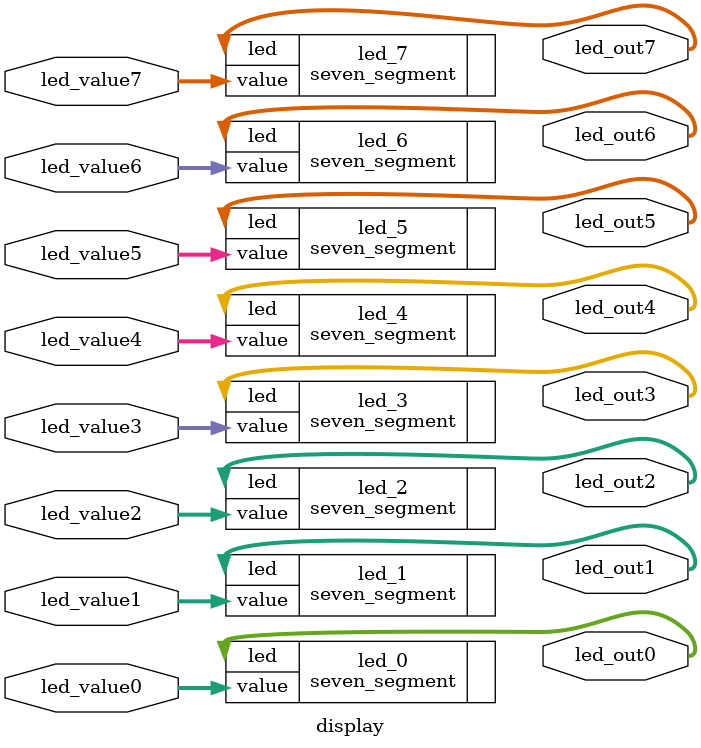
<source format=v>
module display #(
	parameter segment_num = 7,
	parameter n = 4	
)(
	input [n-1:0] led_value0,
	input [n-1:0] led_value1,
	input [n-1:0] led_value2,
	input [n-1:0] led_value3,
	input [n-1:0] led_value4,
	input [n-1:0] led_value5,
	input [n-1:0] led_value6,
	input [n-1:0] led_value7,
	output [segment_num-1:0] led_out0,
	output [segment_num-1:0] led_out1,
	output [segment_num-1:0] led_out2,
	output [segment_num-1:0] led_out3,
	output [segment_num-1:0] led_out4,
	output [segment_num-1:0] led_out5,
	output [segment_num-1:0] led_out6,
	output [segment_num-1:0] led_out7
);

seven_segment led_0(
	.value(led_value0),
	.led(led_out0)
);
seven_segment led_1(
	.value(led_value1),
	.led(led_out1)
);
seven_segment led_2(
	.value(led_value2),
	.led(led_out2)
);

seven_segment led_3(
	.value(led_value3),
	.led(led_out3)
);

seven_segment led_4(
	.value(led_value4),
	.led(led_out4)
);

seven_segment led_5(
	.value(led_value5),
	.led(led_out5)
);

seven_segment led_6(
	.value(led_value6),
	.led(led_out6)
);

seven_segment led_7(
	.value(led_value7),
	.led(led_out7)
);

endmodule
</source>
